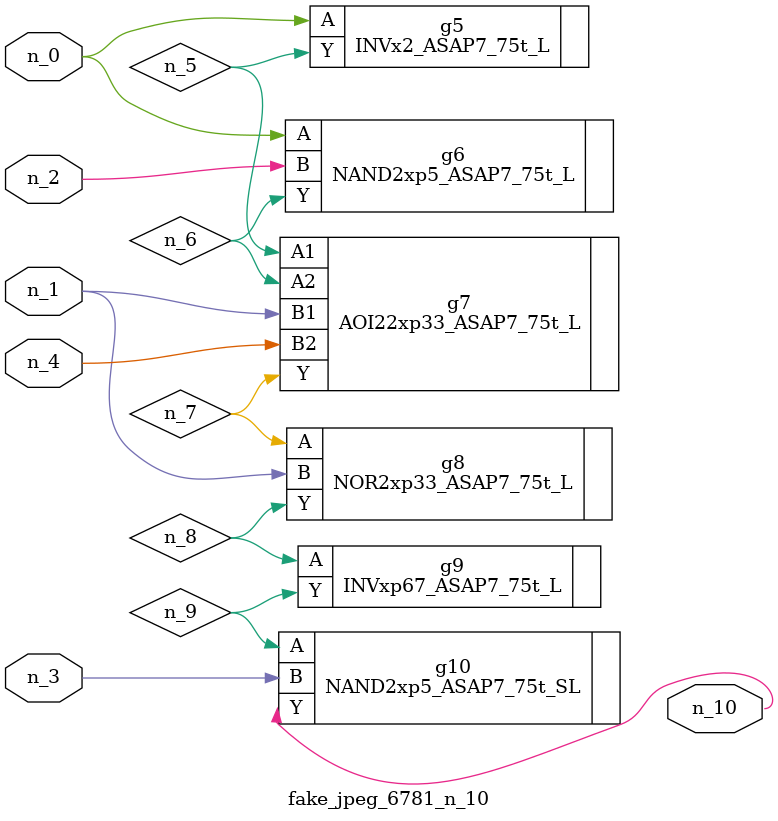
<source format=v>
module fake_jpeg_6781_n_10 (n_3, n_2, n_1, n_0, n_4, n_10);

input n_3;
input n_2;
input n_1;
input n_0;
input n_4;

output n_10;

wire n_8;
wire n_9;
wire n_6;
wire n_5;
wire n_7;

INVx2_ASAP7_75t_L g5 ( 
.A(n_0),
.Y(n_5)
);

NAND2xp5_ASAP7_75t_L g6 ( 
.A(n_0),
.B(n_2),
.Y(n_6)
);

AOI22xp33_ASAP7_75t_L g7 ( 
.A1(n_5),
.A2(n_6),
.B1(n_1),
.B2(n_4),
.Y(n_7)
);

NOR2xp33_ASAP7_75t_L g8 ( 
.A(n_7),
.B(n_1),
.Y(n_8)
);

INVxp67_ASAP7_75t_L g9 ( 
.A(n_8),
.Y(n_9)
);

NAND2xp5_ASAP7_75t_SL g10 ( 
.A(n_9),
.B(n_3),
.Y(n_10)
);


endmodule
</source>
